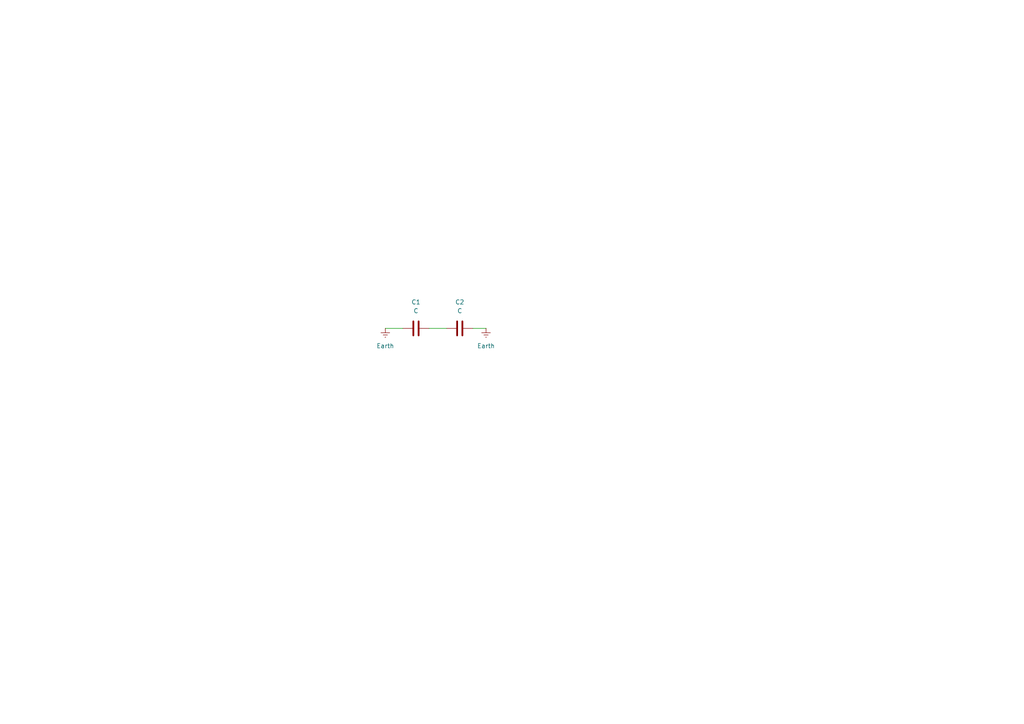
<source format=kicad_sch>
(kicad_sch (version 20231120) (generator "eeschema") (generator_version "8.0")
  (paper "A4")
  (lib_symbols
    (symbol "Device:C" (pin_numbers hide) (pin_names (offset 0.254))
      (property "Reference" "C" (at 0.635 2.54 0))
      (property "Value" "C" (at 0.635 -2.54 0))
      (symbol "C_0_1"
        (polyline (pts (xy -2.032 -0.762) (xy 2.032 -0.762)) (stroke (width 0.508)))
        (polyline (pts (xy -2.032 0.762) (xy 2.032 0.762)) (stroke (width 0.508)))
      )
      (symbol "C_1_1"
        (pin passive line (at 0 3.81 270) (length 2.794) (name "~") (number "1"))
        (pin passive line (at 0 -3.81 90) (length 2.794) (name "~") (number "2"))
      )
    )
    (symbol "power:Earth" (power) (pin_numbers hide) (pin_names (offset 0) hide)
      (property "Value" "Earth" (at 0 -3.81 0))
      (symbol "Earth_0_1"
        (polyline (pts (xy -0.635 -1.905) (xy 0.635 -1.905)))
        (polyline (pts (xy -0.127 -2.54) (xy 0.127 -2.54)))
        (polyline (pts (xy 0 -1.27) (xy 0 0)))
        (polyline (pts (xy 1.27 -1.27) (xy -1.27 -1.27)))
      )
      (symbol "Earth_1_1"
        (pin power_in line (at 0 0 270) (length 0) (name "~") (number "1"))
      )
    )
  )
  (wire (pts (xy 129.54 95.25) (xy 124.46 95.25)))
  (wire (pts (xy 137.16 95.25) (xy 140.97 95.25)))
  (wire (pts (xy 111.76 95.25) (xy 116.84 95.25)))
  (symbol (lib_id "power:Earth") (at 140.97 95.25 0) (unit 1)
    (property "Reference" "#PWR02" (effects (hide yes)))
    (property "Value" "Earth" (at 140.97 100.33 0))
    (property "Description" "Power symbol creates a global label with name \"Earth\"" (effects (hide yes)))
  )
  (symbol (lib_id "power:Earth") (at 111.76 95.25 0) (unit 1)
    (property "Reference" "#PWR01" (effects (hide yes)))
    (property "Value" "Earth" (at 111.76 100.33 0))
    (property "Description" "Power symbol creates a global label with name \"Earth\"" (effects (hide yes)))
  )
  (symbol (lib_id "Device:C") (at 120.65 95.25 90) (unit 1)
    (property "Reference" "C1" (at 120.65 87.63 90))
    (property "Value" "C" (at 120.65 90.17 90))
    (property "Footprint" "Capacitor_SMD:C_0402_1005Metric" (effects (hide yes)))
    (property "Description" "Unpolarized capacitor" (effects (hide yes)))
  )
  (symbol (lib_id "Device:C") (at 133.35 95.25 90) (unit 1)
    (property "Reference" "C2" (at 133.35 87.63 90))
    (property "Value" "C" (at 133.35 90.17 90))
    (property "Footprint" "Capacitor_SMD:C_0402_1005Metric" (effects (hide yes)))
    (property "Description" "Unpolarized capacitor" (effects (hide yes)))
  )
)
</source>
